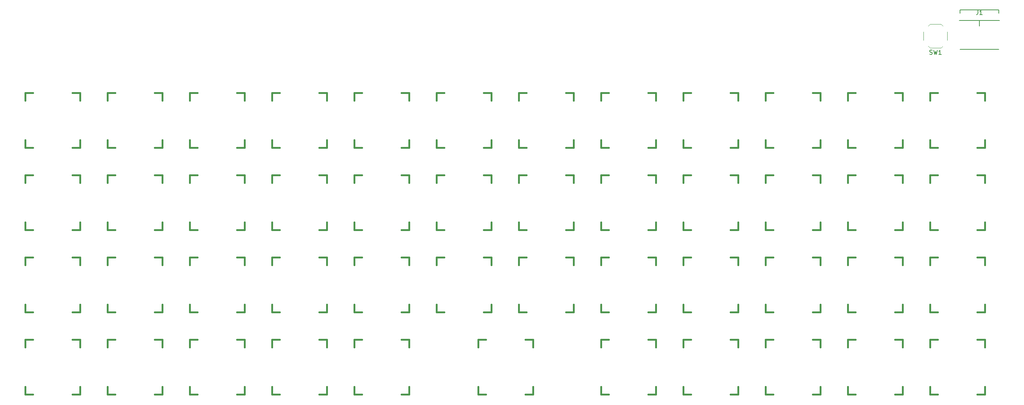
<source format=gbr>
G04 #@! TF.GenerationSoftware,KiCad,Pcbnew,(5.1.0)-1*
G04 #@! TF.CreationDate,2020-09-20T16:15:50-04:00*
G04 #@! TF.ProjectId,keyboard,6b657962-6f61-4726-942e-6b696361645f,rev?*
G04 #@! TF.SameCoordinates,Original*
G04 #@! TF.FileFunction,Legend,Top*
G04 #@! TF.FilePolarity,Positive*
%FSLAX46Y46*%
G04 Gerber Fmt 4.6, Leading zero omitted, Abs format (unit mm)*
G04 Created by KiCad (PCBNEW (5.1.0)-1) date 2020-09-20 16:15:50*
%MOMM*%
%LPD*%
G04 APERTURE LIST*
%ADD10C,0.150000*%
%ADD11C,0.381000*%
%ADD12C,0.120000*%
G04 APERTURE END LIST*
D10*
X244348000Y-34544000D02*
X244348000Y-35814000D01*
X248823000Y-32034000D02*
X248828000Y-32794000D01*
X248823000Y-32034000D02*
X239873000Y-32034000D01*
X239868000Y-32794000D02*
X239873000Y-32034000D01*
X248823000Y-41204000D02*
X239873000Y-41204000D01*
X248973000Y-34544000D02*
X239723000Y-34544000D01*
D11*
X23368000Y-53086000D02*
X23368000Y-51308000D01*
X23368000Y-64008000D02*
X23368000Y-62230000D01*
X25146000Y-64008000D02*
X23368000Y-64008000D01*
X36068000Y-64008000D02*
X34290000Y-64008000D01*
X36068000Y-62230000D02*
X36068000Y-64008000D01*
X36068000Y-51308000D02*
X36068000Y-53086000D01*
X34290000Y-51308000D02*
X36068000Y-51308000D01*
X23368000Y-51308000D02*
X25146000Y-51308000D01*
X42418000Y-51308000D02*
X44196000Y-51308000D01*
X53340000Y-51308000D02*
X55118000Y-51308000D01*
X55118000Y-51308000D02*
X55118000Y-53086000D01*
X55118000Y-62230000D02*
X55118000Y-64008000D01*
X55118000Y-64008000D02*
X53340000Y-64008000D01*
X44196000Y-64008000D02*
X42418000Y-64008000D01*
X42418000Y-64008000D02*
X42418000Y-62230000D01*
X42418000Y-53086000D02*
X42418000Y-51308000D01*
X61468000Y-53086000D02*
X61468000Y-51308000D01*
X61468000Y-64008000D02*
X61468000Y-62230000D01*
X63246000Y-64008000D02*
X61468000Y-64008000D01*
X74168000Y-64008000D02*
X72390000Y-64008000D01*
X74168000Y-62230000D02*
X74168000Y-64008000D01*
X74168000Y-51308000D02*
X74168000Y-53086000D01*
X72390000Y-51308000D02*
X74168000Y-51308000D01*
X61468000Y-51308000D02*
X63246000Y-51308000D01*
X80518000Y-51308000D02*
X82296000Y-51308000D01*
X91440000Y-51308000D02*
X93218000Y-51308000D01*
X93218000Y-51308000D02*
X93218000Y-53086000D01*
X93218000Y-62230000D02*
X93218000Y-64008000D01*
X93218000Y-64008000D02*
X91440000Y-64008000D01*
X82296000Y-64008000D02*
X80518000Y-64008000D01*
X80518000Y-64008000D02*
X80518000Y-62230000D01*
X80518000Y-53086000D02*
X80518000Y-51308000D01*
X99568000Y-53086000D02*
X99568000Y-51308000D01*
X99568000Y-64008000D02*
X99568000Y-62230000D01*
X101346000Y-64008000D02*
X99568000Y-64008000D01*
X112268000Y-64008000D02*
X110490000Y-64008000D01*
X112268000Y-62230000D02*
X112268000Y-64008000D01*
X112268000Y-51308000D02*
X112268000Y-53086000D01*
X110490000Y-51308000D02*
X112268000Y-51308000D01*
X99568000Y-51308000D02*
X101346000Y-51308000D01*
X118618000Y-51308000D02*
X120396000Y-51308000D01*
X129540000Y-51308000D02*
X131318000Y-51308000D01*
X131318000Y-51308000D02*
X131318000Y-53086000D01*
X131318000Y-62230000D02*
X131318000Y-64008000D01*
X131318000Y-64008000D02*
X129540000Y-64008000D01*
X120396000Y-64008000D02*
X118618000Y-64008000D01*
X118618000Y-64008000D02*
X118618000Y-62230000D01*
X118618000Y-53086000D02*
X118618000Y-51308000D01*
X137668000Y-53086000D02*
X137668000Y-51308000D01*
X137668000Y-64008000D02*
X137668000Y-62230000D01*
X139446000Y-64008000D02*
X137668000Y-64008000D01*
X150368000Y-64008000D02*
X148590000Y-64008000D01*
X150368000Y-62230000D02*
X150368000Y-64008000D01*
X150368000Y-51308000D02*
X150368000Y-53086000D01*
X148590000Y-51308000D02*
X150368000Y-51308000D01*
X137668000Y-51308000D02*
X139446000Y-51308000D01*
X156718000Y-51308000D02*
X158496000Y-51308000D01*
X167640000Y-51308000D02*
X169418000Y-51308000D01*
X169418000Y-51308000D02*
X169418000Y-53086000D01*
X169418000Y-62230000D02*
X169418000Y-64008000D01*
X169418000Y-64008000D02*
X167640000Y-64008000D01*
X158496000Y-64008000D02*
X156718000Y-64008000D01*
X156718000Y-64008000D02*
X156718000Y-62230000D01*
X156718000Y-53086000D02*
X156718000Y-51308000D01*
X175768000Y-53086000D02*
X175768000Y-51308000D01*
X175768000Y-64008000D02*
X175768000Y-62230000D01*
X177546000Y-64008000D02*
X175768000Y-64008000D01*
X188468000Y-64008000D02*
X186690000Y-64008000D01*
X188468000Y-62230000D02*
X188468000Y-64008000D01*
X188468000Y-51308000D02*
X188468000Y-53086000D01*
X186690000Y-51308000D02*
X188468000Y-51308000D01*
X175768000Y-51308000D02*
X177546000Y-51308000D01*
X194818000Y-51308000D02*
X196596000Y-51308000D01*
X205740000Y-51308000D02*
X207518000Y-51308000D01*
X207518000Y-51308000D02*
X207518000Y-53086000D01*
X207518000Y-62230000D02*
X207518000Y-64008000D01*
X207518000Y-64008000D02*
X205740000Y-64008000D01*
X196596000Y-64008000D02*
X194818000Y-64008000D01*
X194818000Y-64008000D02*
X194818000Y-62230000D01*
X194818000Y-53086000D02*
X194818000Y-51308000D01*
X213868000Y-53086000D02*
X213868000Y-51308000D01*
X213868000Y-64008000D02*
X213868000Y-62230000D01*
X215646000Y-64008000D02*
X213868000Y-64008000D01*
X226568000Y-64008000D02*
X224790000Y-64008000D01*
X226568000Y-62230000D02*
X226568000Y-64008000D01*
X226568000Y-51308000D02*
X226568000Y-53086000D01*
X224790000Y-51308000D02*
X226568000Y-51308000D01*
X213868000Y-51308000D02*
X215646000Y-51308000D01*
X232918000Y-51308000D02*
X234696000Y-51308000D01*
X243840000Y-51308000D02*
X245618000Y-51308000D01*
X245618000Y-51308000D02*
X245618000Y-53086000D01*
X245618000Y-62230000D02*
X245618000Y-64008000D01*
X245618000Y-64008000D02*
X243840000Y-64008000D01*
X234696000Y-64008000D02*
X232918000Y-64008000D01*
X232918000Y-64008000D02*
X232918000Y-62230000D01*
X232918000Y-53086000D02*
X232918000Y-51308000D01*
X23368000Y-70358000D02*
X25146000Y-70358000D01*
X34290000Y-70358000D02*
X36068000Y-70358000D01*
X36068000Y-70358000D02*
X36068000Y-72136000D01*
X36068000Y-81280000D02*
X36068000Y-83058000D01*
X36068000Y-83058000D02*
X34290000Y-83058000D01*
X25146000Y-83058000D02*
X23368000Y-83058000D01*
X23368000Y-83058000D02*
X23368000Y-81280000D01*
X23368000Y-72136000D02*
X23368000Y-70358000D01*
X42418000Y-72136000D02*
X42418000Y-70358000D01*
X42418000Y-83058000D02*
X42418000Y-81280000D01*
X44196000Y-83058000D02*
X42418000Y-83058000D01*
X55118000Y-83058000D02*
X53340000Y-83058000D01*
X55118000Y-81280000D02*
X55118000Y-83058000D01*
X55118000Y-70358000D02*
X55118000Y-72136000D01*
X53340000Y-70358000D02*
X55118000Y-70358000D01*
X42418000Y-70358000D02*
X44196000Y-70358000D01*
X61468000Y-70358000D02*
X63246000Y-70358000D01*
X72390000Y-70358000D02*
X74168000Y-70358000D01*
X74168000Y-70358000D02*
X74168000Y-72136000D01*
X74168000Y-81280000D02*
X74168000Y-83058000D01*
X74168000Y-83058000D02*
X72390000Y-83058000D01*
X63246000Y-83058000D02*
X61468000Y-83058000D01*
X61468000Y-83058000D02*
X61468000Y-81280000D01*
X61468000Y-72136000D02*
X61468000Y-70358000D01*
X80518000Y-72136000D02*
X80518000Y-70358000D01*
X80518000Y-83058000D02*
X80518000Y-81280000D01*
X82296000Y-83058000D02*
X80518000Y-83058000D01*
X93218000Y-83058000D02*
X91440000Y-83058000D01*
X93218000Y-81280000D02*
X93218000Y-83058000D01*
X93218000Y-70358000D02*
X93218000Y-72136000D01*
X91440000Y-70358000D02*
X93218000Y-70358000D01*
X80518000Y-70358000D02*
X82296000Y-70358000D01*
X99568000Y-70358000D02*
X101346000Y-70358000D01*
X110490000Y-70358000D02*
X112268000Y-70358000D01*
X112268000Y-70358000D02*
X112268000Y-72136000D01*
X112268000Y-81280000D02*
X112268000Y-83058000D01*
X112268000Y-83058000D02*
X110490000Y-83058000D01*
X101346000Y-83058000D02*
X99568000Y-83058000D01*
X99568000Y-83058000D02*
X99568000Y-81280000D01*
X99568000Y-72136000D02*
X99568000Y-70358000D01*
X118618000Y-72136000D02*
X118618000Y-70358000D01*
X118618000Y-83058000D02*
X118618000Y-81280000D01*
X120396000Y-83058000D02*
X118618000Y-83058000D01*
X131318000Y-83058000D02*
X129540000Y-83058000D01*
X131318000Y-81280000D02*
X131318000Y-83058000D01*
X131318000Y-70358000D02*
X131318000Y-72136000D01*
X129540000Y-70358000D02*
X131318000Y-70358000D01*
X118618000Y-70358000D02*
X120396000Y-70358000D01*
X137668000Y-70358000D02*
X139446000Y-70358000D01*
X148590000Y-70358000D02*
X150368000Y-70358000D01*
X150368000Y-70358000D02*
X150368000Y-72136000D01*
X150368000Y-81280000D02*
X150368000Y-83058000D01*
X150368000Y-83058000D02*
X148590000Y-83058000D01*
X139446000Y-83058000D02*
X137668000Y-83058000D01*
X137668000Y-83058000D02*
X137668000Y-81280000D01*
X137668000Y-72136000D02*
X137668000Y-70358000D01*
X156718000Y-72136000D02*
X156718000Y-70358000D01*
X156718000Y-83058000D02*
X156718000Y-81280000D01*
X158496000Y-83058000D02*
X156718000Y-83058000D01*
X169418000Y-83058000D02*
X167640000Y-83058000D01*
X169418000Y-81280000D02*
X169418000Y-83058000D01*
X169418000Y-70358000D02*
X169418000Y-72136000D01*
X167640000Y-70358000D02*
X169418000Y-70358000D01*
X156718000Y-70358000D02*
X158496000Y-70358000D01*
X175768000Y-70358000D02*
X177546000Y-70358000D01*
X186690000Y-70358000D02*
X188468000Y-70358000D01*
X188468000Y-70358000D02*
X188468000Y-72136000D01*
X188468000Y-81280000D02*
X188468000Y-83058000D01*
X188468000Y-83058000D02*
X186690000Y-83058000D01*
X177546000Y-83058000D02*
X175768000Y-83058000D01*
X175768000Y-83058000D02*
X175768000Y-81280000D01*
X175768000Y-72136000D02*
X175768000Y-70358000D01*
X194818000Y-72136000D02*
X194818000Y-70358000D01*
X194818000Y-83058000D02*
X194818000Y-81280000D01*
X196596000Y-83058000D02*
X194818000Y-83058000D01*
X207518000Y-83058000D02*
X205740000Y-83058000D01*
X207518000Y-81280000D02*
X207518000Y-83058000D01*
X207518000Y-70358000D02*
X207518000Y-72136000D01*
X205740000Y-70358000D02*
X207518000Y-70358000D01*
X194818000Y-70358000D02*
X196596000Y-70358000D01*
X213868000Y-70358000D02*
X215646000Y-70358000D01*
X224790000Y-70358000D02*
X226568000Y-70358000D01*
X226568000Y-70358000D02*
X226568000Y-72136000D01*
X226568000Y-81280000D02*
X226568000Y-83058000D01*
X226568000Y-83058000D02*
X224790000Y-83058000D01*
X215646000Y-83058000D02*
X213868000Y-83058000D01*
X213868000Y-83058000D02*
X213868000Y-81280000D01*
X213868000Y-72136000D02*
X213868000Y-70358000D01*
X232918000Y-72136000D02*
X232918000Y-70358000D01*
X232918000Y-83058000D02*
X232918000Y-81280000D01*
X234696000Y-83058000D02*
X232918000Y-83058000D01*
X245618000Y-83058000D02*
X243840000Y-83058000D01*
X245618000Y-81280000D02*
X245618000Y-83058000D01*
X245618000Y-70358000D02*
X245618000Y-72136000D01*
X243840000Y-70358000D02*
X245618000Y-70358000D01*
X232918000Y-70358000D02*
X234696000Y-70358000D01*
X23368000Y-91186000D02*
X23368000Y-89408000D01*
X23368000Y-102108000D02*
X23368000Y-100330000D01*
X25146000Y-102108000D02*
X23368000Y-102108000D01*
X36068000Y-102108000D02*
X34290000Y-102108000D01*
X36068000Y-100330000D02*
X36068000Y-102108000D01*
X36068000Y-89408000D02*
X36068000Y-91186000D01*
X34290000Y-89408000D02*
X36068000Y-89408000D01*
X23368000Y-89408000D02*
X25146000Y-89408000D01*
X42418000Y-91186000D02*
X42418000Y-89408000D01*
X42418000Y-102108000D02*
X42418000Y-100330000D01*
X44196000Y-102108000D02*
X42418000Y-102108000D01*
X55118000Y-102108000D02*
X53340000Y-102108000D01*
X55118000Y-100330000D02*
X55118000Y-102108000D01*
X55118000Y-89408000D02*
X55118000Y-91186000D01*
X53340000Y-89408000D02*
X55118000Y-89408000D01*
X42418000Y-89408000D02*
X44196000Y-89408000D01*
X61468000Y-91186000D02*
X61468000Y-89408000D01*
X61468000Y-102108000D02*
X61468000Y-100330000D01*
X63246000Y-102108000D02*
X61468000Y-102108000D01*
X74168000Y-102108000D02*
X72390000Y-102108000D01*
X74168000Y-100330000D02*
X74168000Y-102108000D01*
X74168000Y-89408000D02*
X74168000Y-91186000D01*
X72390000Y-89408000D02*
X74168000Y-89408000D01*
X61468000Y-89408000D02*
X63246000Y-89408000D01*
X80518000Y-89408000D02*
X82296000Y-89408000D01*
X91440000Y-89408000D02*
X93218000Y-89408000D01*
X93218000Y-89408000D02*
X93218000Y-91186000D01*
X93218000Y-100330000D02*
X93218000Y-102108000D01*
X93218000Y-102108000D02*
X91440000Y-102108000D01*
X82296000Y-102108000D02*
X80518000Y-102108000D01*
X80518000Y-102108000D02*
X80518000Y-100330000D01*
X80518000Y-91186000D02*
X80518000Y-89408000D01*
X99568000Y-89408000D02*
X101346000Y-89408000D01*
X110490000Y-89408000D02*
X112268000Y-89408000D01*
X112268000Y-89408000D02*
X112268000Y-91186000D01*
X112268000Y-100330000D02*
X112268000Y-102108000D01*
X112268000Y-102108000D02*
X110490000Y-102108000D01*
X101346000Y-102108000D02*
X99568000Y-102108000D01*
X99568000Y-102108000D02*
X99568000Y-100330000D01*
X99568000Y-91186000D02*
X99568000Y-89408000D01*
X118618000Y-91186000D02*
X118618000Y-89408000D01*
X118618000Y-102108000D02*
X118618000Y-100330000D01*
X120396000Y-102108000D02*
X118618000Y-102108000D01*
X131318000Y-102108000D02*
X129540000Y-102108000D01*
X131318000Y-100330000D02*
X131318000Y-102108000D01*
X131318000Y-89408000D02*
X131318000Y-91186000D01*
X129540000Y-89408000D02*
X131318000Y-89408000D01*
X118618000Y-89408000D02*
X120396000Y-89408000D01*
X137668000Y-91186000D02*
X137668000Y-89408000D01*
X137668000Y-102108000D02*
X137668000Y-100330000D01*
X139446000Y-102108000D02*
X137668000Y-102108000D01*
X150368000Y-102108000D02*
X148590000Y-102108000D01*
X150368000Y-100330000D02*
X150368000Y-102108000D01*
X150368000Y-89408000D02*
X150368000Y-91186000D01*
X148590000Y-89408000D02*
X150368000Y-89408000D01*
X137668000Y-89408000D02*
X139446000Y-89408000D01*
X156718000Y-91186000D02*
X156718000Y-89408000D01*
X156718000Y-102108000D02*
X156718000Y-100330000D01*
X158496000Y-102108000D02*
X156718000Y-102108000D01*
X169418000Y-102108000D02*
X167640000Y-102108000D01*
X169418000Y-100330000D02*
X169418000Y-102108000D01*
X169418000Y-89408000D02*
X169418000Y-91186000D01*
X167640000Y-89408000D02*
X169418000Y-89408000D01*
X156718000Y-89408000D02*
X158496000Y-89408000D01*
X175768000Y-89408000D02*
X177546000Y-89408000D01*
X186690000Y-89408000D02*
X188468000Y-89408000D01*
X188468000Y-89408000D02*
X188468000Y-91186000D01*
X188468000Y-100330000D02*
X188468000Y-102108000D01*
X188468000Y-102108000D02*
X186690000Y-102108000D01*
X177546000Y-102108000D02*
X175768000Y-102108000D01*
X175768000Y-102108000D02*
X175768000Y-100330000D01*
X175768000Y-91186000D02*
X175768000Y-89408000D01*
X194818000Y-89408000D02*
X196596000Y-89408000D01*
X205740000Y-89408000D02*
X207518000Y-89408000D01*
X207518000Y-89408000D02*
X207518000Y-91186000D01*
X207518000Y-100330000D02*
X207518000Y-102108000D01*
X207518000Y-102108000D02*
X205740000Y-102108000D01*
X196596000Y-102108000D02*
X194818000Y-102108000D01*
X194818000Y-102108000D02*
X194818000Y-100330000D01*
X194818000Y-91186000D02*
X194818000Y-89408000D01*
X213868000Y-91186000D02*
X213868000Y-89408000D01*
X213868000Y-102108000D02*
X213868000Y-100330000D01*
X215646000Y-102108000D02*
X213868000Y-102108000D01*
X226568000Y-102108000D02*
X224790000Y-102108000D01*
X226568000Y-100330000D02*
X226568000Y-102108000D01*
X226568000Y-89408000D02*
X226568000Y-91186000D01*
X224790000Y-89408000D02*
X226568000Y-89408000D01*
X213868000Y-89408000D02*
X215646000Y-89408000D01*
X232918000Y-91186000D02*
X232918000Y-89408000D01*
X232918000Y-102108000D02*
X232918000Y-100330000D01*
X234696000Y-102108000D02*
X232918000Y-102108000D01*
X245618000Y-102108000D02*
X243840000Y-102108000D01*
X245618000Y-100330000D02*
X245618000Y-102108000D01*
X245618000Y-89408000D02*
X245618000Y-91186000D01*
X243840000Y-89408000D02*
X245618000Y-89408000D01*
X232918000Y-89408000D02*
X234696000Y-89408000D01*
X23368000Y-108458000D02*
X25146000Y-108458000D01*
X34290000Y-108458000D02*
X36068000Y-108458000D01*
X36068000Y-108458000D02*
X36068000Y-110236000D01*
X36068000Y-119380000D02*
X36068000Y-121158000D01*
X36068000Y-121158000D02*
X34290000Y-121158000D01*
X25146000Y-121158000D02*
X23368000Y-121158000D01*
X23368000Y-121158000D02*
X23368000Y-119380000D01*
X23368000Y-110236000D02*
X23368000Y-108458000D01*
X42418000Y-108458000D02*
X44196000Y-108458000D01*
X53340000Y-108458000D02*
X55118000Y-108458000D01*
X55118000Y-108458000D02*
X55118000Y-110236000D01*
X55118000Y-119380000D02*
X55118000Y-121158000D01*
X55118000Y-121158000D02*
X53340000Y-121158000D01*
X44196000Y-121158000D02*
X42418000Y-121158000D01*
X42418000Y-121158000D02*
X42418000Y-119380000D01*
X42418000Y-110236000D02*
X42418000Y-108458000D01*
X61468000Y-108458000D02*
X63246000Y-108458000D01*
X72390000Y-108458000D02*
X74168000Y-108458000D01*
X74168000Y-108458000D02*
X74168000Y-110236000D01*
X74168000Y-119380000D02*
X74168000Y-121158000D01*
X74168000Y-121158000D02*
X72390000Y-121158000D01*
X63246000Y-121158000D02*
X61468000Y-121158000D01*
X61468000Y-121158000D02*
X61468000Y-119380000D01*
X61468000Y-110236000D02*
X61468000Y-108458000D01*
X80518000Y-108458000D02*
X82296000Y-108458000D01*
X91440000Y-108458000D02*
X93218000Y-108458000D01*
X93218000Y-108458000D02*
X93218000Y-110236000D01*
X93218000Y-119380000D02*
X93218000Y-121158000D01*
X93218000Y-121158000D02*
X91440000Y-121158000D01*
X82296000Y-121158000D02*
X80518000Y-121158000D01*
X80518000Y-121158000D02*
X80518000Y-119380000D01*
X80518000Y-110236000D02*
X80518000Y-108458000D01*
X99568000Y-110236000D02*
X99568000Y-108458000D01*
X99568000Y-121158000D02*
X99568000Y-119380000D01*
X101346000Y-121158000D02*
X99568000Y-121158000D01*
X112268000Y-121158000D02*
X110490000Y-121158000D01*
X112268000Y-119380000D02*
X112268000Y-121158000D01*
X112268000Y-108458000D02*
X112268000Y-110236000D01*
X110490000Y-108458000D02*
X112268000Y-108458000D01*
X99568000Y-108458000D02*
X101346000Y-108458000D01*
X128270000Y-110236000D02*
X128270000Y-108458000D01*
X128270000Y-121158000D02*
X128270000Y-119380000D01*
X130048000Y-121158000D02*
X128270000Y-121158000D01*
X140970000Y-121158000D02*
X139192000Y-121158000D01*
X140970000Y-119380000D02*
X140970000Y-121158000D01*
X140970000Y-108458000D02*
X140970000Y-110236000D01*
X139192000Y-108458000D02*
X140970000Y-108458000D01*
X128270000Y-108458000D02*
X130048000Y-108458000D01*
X156718000Y-110236000D02*
X156718000Y-108458000D01*
X156718000Y-121158000D02*
X156718000Y-119380000D01*
X158496000Y-121158000D02*
X156718000Y-121158000D01*
X169418000Y-121158000D02*
X167640000Y-121158000D01*
X169418000Y-119380000D02*
X169418000Y-121158000D01*
X169418000Y-108458000D02*
X169418000Y-110236000D01*
X167640000Y-108458000D02*
X169418000Y-108458000D01*
X156718000Y-108458000D02*
X158496000Y-108458000D01*
X175768000Y-108458000D02*
X177546000Y-108458000D01*
X186690000Y-108458000D02*
X188468000Y-108458000D01*
X188468000Y-108458000D02*
X188468000Y-110236000D01*
X188468000Y-119380000D02*
X188468000Y-121158000D01*
X188468000Y-121158000D02*
X186690000Y-121158000D01*
X177546000Y-121158000D02*
X175768000Y-121158000D01*
X175768000Y-121158000D02*
X175768000Y-119380000D01*
X175768000Y-110236000D02*
X175768000Y-108458000D01*
X194818000Y-108458000D02*
X196596000Y-108458000D01*
X205740000Y-108458000D02*
X207518000Y-108458000D01*
X207518000Y-108458000D02*
X207518000Y-110236000D01*
X207518000Y-119380000D02*
X207518000Y-121158000D01*
X207518000Y-121158000D02*
X205740000Y-121158000D01*
X196596000Y-121158000D02*
X194818000Y-121158000D01*
X194818000Y-121158000D02*
X194818000Y-119380000D01*
X194818000Y-110236000D02*
X194818000Y-108458000D01*
X213868000Y-108458000D02*
X215646000Y-108458000D01*
X224790000Y-108458000D02*
X226568000Y-108458000D01*
X226568000Y-108458000D02*
X226568000Y-110236000D01*
X226568000Y-119380000D02*
X226568000Y-121158000D01*
X226568000Y-121158000D02*
X224790000Y-121158000D01*
X215646000Y-121158000D02*
X213868000Y-121158000D01*
X213868000Y-121158000D02*
X213868000Y-119380000D01*
X213868000Y-110236000D02*
X213868000Y-108458000D01*
X232918000Y-110236000D02*
X232918000Y-108458000D01*
X232918000Y-121158000D02*
X232918000Y-119380000D01*
X234696000Y-121158000D02*
X232918000Y-121158000D01*
X245618000Y-121158000D02*
X243840000Y-121158000D01*
X245618000Y-119380000D02*
X245618000Y-121158000D01*
X245618000Y-108458000D02*
X245618000Y-110236000D01*
X243840000Y-108458000D02*
X245618000Y-108458000D01*
X232918000Y-108458000D02*
X234696000Y-108458000D01*
D12*
X232488000Y-40400000D02*
X232938000Y-40850000D01*
X235888000Y-40400000D02*
X235438000Y-40850000D01*
X235888000Y-35800000D02*
X235438000Y-35350000D01*
X232488000Y-35800000D02*
X232938000Y-35350000D01*
X236938000Y-37100000D02*
X236938000Y-39100000D01*
X232938000Y-40850000D02*
X235438000Y-40850000D01*
X231438000Y-37100000D02*
X231438000Y-39100000D01*
X232938000Y-35350000D02*
X235438000Y-35350000D01*
D10*
X244014666Y-32146380D02*
X244014666Y-32860666D01*
X243967047Y-33003523D01*
X243871809Y-33098761D01*
X243728952Y-33146380D01*
X243633714Y-33146380D01*
X245014666Y-33146380D02*
X244443238Y-33146380D01*
X244728952Y-33146380D02*
X244728952Y-32146380D01*
X244633714Y-32289238D01*
X244538476Y-32384476D01*
X244443238Y-32432095D01*
X232854666Y-42314761D02*
X232997523Y-42362380D01*
X233235619Y-42362380D01*
X233330857Y-42314761D01*
X233378476Y-42267142D01*
X233426095Y-42171904D01*
X233426095Y-42076666D01*
X233378476Y-41981428D01*
X233330857Y-41933809D01*
X233235619Y-41886190D01*
X233045142Y-41838571D01*
X232949904Y-41790952D01*
X232902285Y-41743333D01*
X232854666Y-41648095D01*
X232854666Y-41552857D01*
X232902285Y-41457619D01*
X232949904Y-41410000D01*
X233045142Y-41362380D01*
X233283238Y-41362380D01*
X233426095Y-41410000D01*
X233759428Y-41362380D02*
X233997523Y-42362380D01*
X234188000Y-41648095D01*
X234378476Y-42362380D01*
X234616571Y-41362380D01*
X235521333Y-42362380D02*
X234949904Y-42362380D01*
X235235619Y-42362380D02*
X235235619Y-41362380D01*
X235140380Y-41505238D01*
X235045142Y-41600476D01*
X234949904Y-41648095D01*
M02*

</source>
